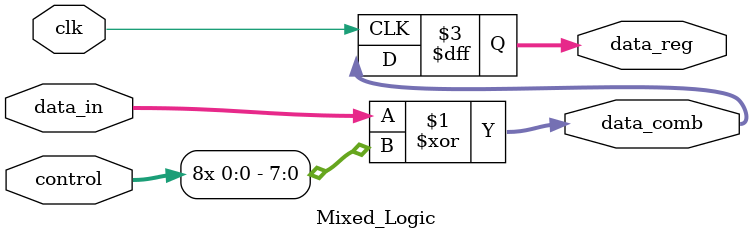
<source format=sv>
module Mixed_Logic (
    input wire clk,
    input wire [7:0] data_in,
    input wire control,
    output reg [7:0] data_reg,
    output wire [7:0] data_comb
);
    assign data_comb = data_in ^ {8{control}};
    always_ff @(posedge clk) begin
        data_reg <= data_comb;
    end
endmodule


</source>
